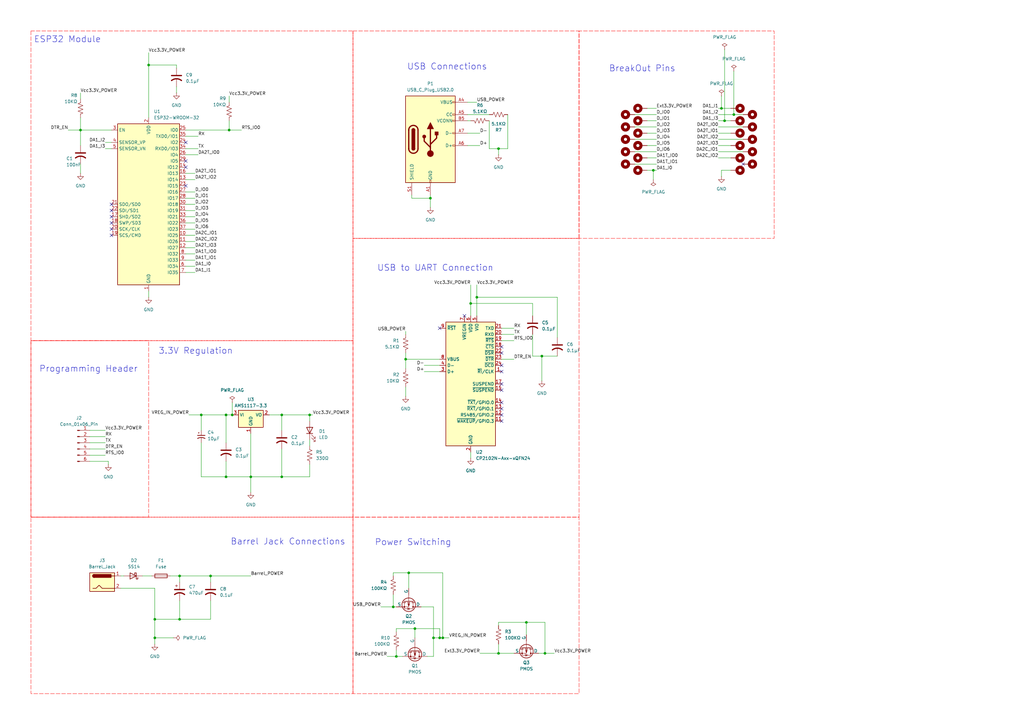
<source format=kicad_sch>
(kicad_sch (version 20250114) (generator "eeschema") (generator_version "9.0")
  (paper "A3")
  (lib_symbols
    (symbol "Connector:Barrel_Jack" (pin_names (offset 1.016))
      (property "Reference" "J" (at 0 5.334 0))
      (property "Value" "Barrel_Jack" (at 0 -5.08 0))
      (symbol "Barrel_Jack_1_1"
        (pin passive line (at 7.62 2.54 180) (length 2.54) (name "~") (number "1"))
        (pin passive line (at 7.62 -2.54 180) (length 2.54) (name "~") (number "2"))
      )
    )
    (symbol "Connector:Conn_01x06_Pin" (pin_names (offset 1.016) (hide yes))
      (property "Reference" "J" (at 0 7.62 0))
      (property "Value" "Conn_01x06_Pin" (at 0 -10.16 0))
      (symbol "Conn_01x06_Pin_1_1"
        (pin passive line (at 5.08 5.08 180) (length 3.81) (name "Pin_1") (number "1"))
        (pin passive line (at 5.08 2.54 180) (length 3.81) (name "Pin_2") (number "2"))
        (pin passive line (at 5.08 0 180) (length 3.81) (name "Pin_3") (number "3"))
        (pin passive line (at 5.08 -2.54 180) (length 3.81) (name "Pin_4") (number "4"))
        (pin passive line (at 5.08 -5.08 180) (length 3.81) (name "Pin_5") (number "5"))
        (pin passive line (at 5.08 -7.62 180) (length 3.81) (name "Pin_6") (number "6"))
      )
    )
    (symbol "Connector:USB_C_Plug_USB2.0" (pin_names (offset 1.016))
      (property "Reference" "P" (at -10.16 19.05 0))
      (property "Value" "USB_C_Plug_USB2.0" (at 12.7 19.05 0))
      (symbol "USB_C_Plug_USB2.0_1_1"
        (pin passive line (at -7.62 -22.86 90) (length 5.08) (name "SHIELD") (number "S1"))
        (pin passive line (at 0 -22.86 90) (length 5.08) (name "GND") (number "A1"))
        (pin passive line (at 0 -22.86 90) (length 5.08) (hide yes) (name "GND") (number "A12"))
        (pin passive line (at 0 -22.86 90) (length 5.08) (hide yes) (name "GND") (number "B1"))
        (pin passive line (at 0 -22.86 90) (length 5.08) (hide yes) (name "GND") (number "B12"))
        (pin passive line (at 15.24 15.24 180) (length 5.08) (name "VBUS") (number "A4"))
        (pin passive line (at 15.24 15.24 180) (length 5.08) (hide yes) (name "VBUS") (number "A9"))
        (pin passive line (at 15.24 15.24 180) (length 5.08) (hide yes) (name "VBUS") (number "B4"))
        (pin passive line (at 15.24 15.24 180) (length 5.08) (hide yes) (name "VBUS") (number "B9"))
        (pin bidirectional line (at 15.24 10.16 180) (length 5.08) (name "CC") (number "A5"))
        (pin bidirectional line (at 15.24 7.62 180) (length 5.08) (name "VCONN") (number "B5"))
        (pin bidirectional line (at 15.24 2.54 180) (length 5.08) (name "D-") (number "A7"))
        (pin bidirectional line (at 15.24 -2.54 180) (length 5.08) (name "D+") (number "A6"))
      )
    )
    (symbol "Device:C_Polarized_Small_US" (pin_numbers (hide yes)) (pin_names (offset 0.254) (hide yes))
      (property "Reference" "C" (at 0.254 1.778 0))
      (property "Value" "C_Polarized_Small_US" (at 0.254 -2.032 0))
      (symbol "C_Polarized_Small_US_1_1"
        (pin passive line (at 0 2.54 270) (length 2.032) (name "~") (number "1"))
        (pin passive line (at 0 -2.54 90) (length 2.032) (name "~") (number "2"))
      )
    )
    (symbol "Device:C_Polarized_US" (pin_numbers (hide yes)) (pin_names (offset 0.254) (hide yes))
      (property "Reference" "C" (at 0.635 2.54 0))
      (property "Value" "C_Polarized_US" (at 0.635 -2.54 0))
      (symbol "C_Polarized_US_1_1"
        (pin passive line (at 0 3.81 270) (length 2.794) (name "~") (number "1"))
        (pin passive line (at 0 -3.81 90) (length 3.302) (name "~") (number "2"))
      )
    )
    (symbol "Device:C_US" (pin_numbers (hide yes)) (pin_names (offset 0.254) (hide yes))
      (property "Reference" "C" (at 0.635 2.54 0))
      (property "Value" "C_US" (at 0.635 -2.54 0))
      (symbol "C_US_1_1"
        (pin passive line (at 0 3.81 270) (length 2.794) (name "~") (number "1"))
        (pin passive line (at 0 -3.81 90) (length 3.302) (name "~") (number "2"))
      )
    )
    (symbol "Device:Fuse" (pin_numbers (hide yes)) (pin_names (offset 0))
      (property "Reference" "F" (at 2.032 0 90))
      (property "Value" "Fuse" (at -1.905 0 90))
      (symbol "Fuse_1_1"
        (pin passive line (at 0 3.81 270) (length 1.27) (name "~") (number "1"))
        (pin passive line (at 0 -3.81 90) (length 1.27) (name "~") (number "2"))
      )
    )
    (symbol "Device:LED" (pin_numbers (hide yes)) (pin_names (offset 1.016) (hide yes))
      (property "Reference" "D" (at 0 2.54 0))
      (property "Value" "LED" (at 0 -2.54 0))
      (symbol "LED_1_1"
        (pin passive line (at -3.81 0 0) (length 2.54) (name "K") (number "1"))
        (pin passive line (at 3.81 0 180) (length 2.54) (name "A") (number "2"))
      )
    )
    (symbol "Device:R_US" (pin_numbers (hide yes)) (pin_names (offset 0))
      (property "Reference" "R" (at 2.54 0 90))
      (property "Value" "R_US" (at -2.54 0 90))
      (symbol "R_US_1_1"
        (pin passive line (at 0 3.81 270) (length 1.27) (name "~") (number "1"))
        (pin passive line (at 0 -3.81 90) (length 1.27) (name "~") (number "2"))
      )
    )
    (symbol "Diode:SS14" (pin_numbers (hide yes)) (pin_names (offset 1.016) (hide yes))
      (property "Reference" "D" (at 0 2.54 0))
      (property "Value" "SS14" (at 0 -2.54 0))
      (symbol "SS14_1_1"
        (pin passive line (at -3.81 0 0) (length 2.54) (name "K") (number "1"))
        (pin passive line (at 3.81 0 180) (length 2.54) (name "A") (number "2"))
      )
    )
    (symbol "Interface_USB:CP2102N-Axx-xQFN24"
      (property "Reference" "U" (at -8.89 26.67 0))
      (property "Value" "CP2102N-Axx-xQFN24" (at 13.97 26.67 0))
      (symbol "CP2102N-Axx-xQFN24_1_1"
        (pin input line (at -12.7 22.86 0) (length 2.54) (name "~{RST}") (number "9"))
        (pin input line (at -12.7 10.16 0) (length 2.54) (name "VBUS") (number "8"))
        (pin bidirectional line (at -12.7 7.62 0) (length 2.54) (name "D-") (number "4"))
        (pin bidirectional line (at -12.7 5.08 0) (length 2.54) (name "D+") (number "3"))
        (pin no_connect line (at -10.16 -22.86 0) (length 2.54) (hide yes) (name "NC") (number "10"))
        (pin power_in line (at -2.54 27.94 270) (length 2.54) (name "VREGIN") (number "7"))
        (pin power_in line (at 0 27.94 270) (length 2.54) (name "VDD") (number "6"))
        (pin power_in line (at 0 -27.94 90) (length 2.54) (name "GND") (number "2"))
        (pin passive line (at 0 -27.94 90) (length 2.54) (hide yes) (name "GND") (number "25"))
        (pin power_in line (at 2.54 27.94 270) (length 2.54) (name "VIO") (number "5"))
        (pin no_connect line (at 10.16 -22.86 180) (length 2.54) (hide yes) (name "NC") (number "16"))
        (pin output line (at 12.7 22.86 180) (length 2.54) (name "TXD") (number "21"))
        (pin input line (at 12.7 20.32 180) (length 2.54) (name "RXD") (number "20"))
        (pin output line (at 12.7 17.78 180) (length 2.54) (name "~{RTS}") (number "19"))
        (pin input line (at 12.7 15.24 180) (length 2.54) (name "~{CTS}") (number "18"))
        (pin input line (at 12.7 12.7 180) (length 2.54) (name "~{DSR}") (number "22"))
        (pin output line (at 12.7 10.16 180) (length 2.54) (name "~{DTR}") (number "23"))
        (pin input line (at 12.7 7.62 180) (length 2.54) (name "~{DCD}") (number "24"))
        (pin bidirectional line (at 12.7 5.08 180) (length 2.54) (name "~{RI}/CLK") (number "1"))
        (pin output line (at 12.7 0 180) (length 2.54) (name "SUSPEND") (number "17"))
        (pin output line (at 12.7 -2.54 180) (length 2.54) (name "~{SUSPEND}") (number "15"))
        (pin bidirectional line (at 12.7 -7.62 180) (length 2.54) (name "~{TXT}/GPIO.0") (number "14"))
        (pin bidirectional line (at 12.7 -10.16 180) (length 2.54) (name "~{RXT}/GPIO.1") (number "13"))
        (pin bidirectional line (at 12.7 -12.7 180) (length 2.54) (name "RS485/GPIO.2") (number "12"))
        (pin bidirectional line (at 12.7 -15.24 180) (length 2.54) (name "~{WAKEUP}/GPIO.3") (number "11"))
      )
    )
    (symbol "Mechanical:MountingHole_Pad" (pin_numbers (hide yes)) (pin_names (offset 1.016) (hide yes)) (in_bom no)
      (property "Reference" "H" (at 0 6.35 0))
      (property "Value" "MountingHole_Pad" (at 0 4.445 0))
      (symbol "MountingHole_Pad_1_1"
        (pin input line (at 0 -2.54 90) (length 2.54) (name "1") (number "1"))
      )
    )
    (symbol "RF_Module:ESP32-WROOM-32"
      (property "Reference" "U" (at -12.7 34.29 0))
      (property "Value" "ESP32-WROOM-32" (at 1.27 34.29 0))
      (symbol "ESP32-WROOM-32_1_1"
        (pin input line (at -15.24 30.48 0) (length 2.54) (name "EN") (number "3"))
        (pin input line (at -15.24 25.4 0) (length 2.54) (name "SENSOR_VP") (number "4"))
        (pin input line (at -15.24 22.86 0) (length 2.54) (name "SENSOR_VN") (number "5"))
        (pin bidirectional line (at -15.24 0 0) (length 2.54) (name "SDO/SD0") (number "21"))
        (pin bidirectional line (at -15.24 -2.54 0) (length 2.54) (name "SDI/SD1") (number "22"))
        (pin bidirectional line (at -15.24 -5.08 0) (length 2.54) (name "SHD/SD2") (number "17"))
        (pin bidirectional line (at -15.24 -7.62 0) (length 2.54) (name "SWP/SD3") (number "18"))
        (pin bidirectional line (at -15.24 -10.16 0) (length 2.54) (name "SCK/CLK") (number "20"))
        (pin bidirectional line (at -15.24 -12.7 0) (length 2.54) (name "SCS/CMD") (number "19"))
        (pin no_connect line (at -12.7 -27.94 0) (length 2.54) (hide yes) (name "NC") (number "32"))
        (pin power_in line (at 0 35.56 270) (length 2.54) (name "VDD") (number "2"))
        (pin power_in line (at 0 -35.56 90) (length 2.54) (name "GND") (number "1"))
        (pin passive line (at 0 -35.56 90) (length 2.54) (hide yes) (name "GND") (number "15"))
        (pin passive line (at 0 -35.56 90) (length 2.54) (hide yes) (name "GND") (number "38"))
        (pin passive line (at 0 -35.56 90) (length 2.54) (hide yes) (name "GND") (number "39"))
        (pin bidirectional line (at 15.24 30.48 180) (length 2.54) (name "IO0") (number "25"))
        (pin bidirectional line (at 15.24 27.94 180) (length 2.54) (name "TXD0/IO1") (number "35"))
        (pin bidirectional line (at 15.24 25.4 180) (length 2.54) (name "IO2") (number "24"))
        (pin bidirectional line (at 15.24 22.86 180) (length 2.54) (name "RXD0/IO3") (number "34"))
        (pin bidirectional line (at 15.24 20.32 180) (length 2.54) (name "IO4") (number "26"))
        (pin bidirectional line (at 15.24 17.78 180) (length 2.54) (name "IO5") (number "29"))
        (pin bidirectional line (at 15.24 15.24 180) (length 2.54) (name "IO12") (number "14"))
        (pin bidirectional line (at 15.24 12.7 180) (length 2.54) (name "IO13") (number "16"))
        (pin bidirectional line (at 15.24 10.16 180) (length 2.54) (name "IO14") (number "13"))
        (pin bidirectional line (at 15.24 7.62 180) (length 2.54) (name "IO15") (number "23"))
        (pin bidirectional line (at 15.24 5.08 180) (length 2.54) (name "IO16") (number "27"))
        (pin bidirectional line (at 15.24 2.54 180) (length 2.54) (name "IO17") (number "28"))
        (pin bidirectional line (at 15.24 0 180) (length 2.54) (name "IO18") (number "30"))
        (pin bidirectional line (at 15.24 -2.54 180) (length 2.54) (name "IO19") (number "31"))
        (pin bidirectional line (at 15.24 -5.08 180) (length 2.54) (name "IO21") (number "33"))
        (pin bidirectional line (at 15.24 -7.62 180) (length 2.54) (name "IO22") (number "36"))
        (pin bidirectional line (at 15.24 -10.16 180) (length 2.54) (name "IO23") (number "37"))
        (pin bidirectional line (at 15.24 -12.7 180) (length 2.54) (name "IO25") (number "10"))
        (pin bidirectional line (at 15.24 -15.24 180) (length 2.54) (name "IO26") (number "11"))
        (pin bidirectional line (at 15.24 -17.78 180) (length 2.54) (name "IO27") (number "12"))
        (pin bidirectional line (at 15.24 -20.32 180) (length 2.54) (name "IO32") (number "8"))
        (pin bidirectional line (at 15.24 -22.86 180) (length 2.54) (name "IO33") (number "9"))
        (pin input line (at 15.24 -25.4 180) (length 2.54) (name "IO34") (number "6"))
        (pin input line (at 15.24 -27.94 180) (length 2.54) (name "IO35") (number "7"))
      )
    )
    (symbol "Regulator_Linear:AMS1117-3.3"
      (property "Reference" "U" (at -3.81 3.175 0))
      (property "Value" "AMS1117-3.3" (at 0 3.175 0))
      (symbol "AMS1117-3.3_1_1"
        (pin power_in line (at -7.62 0 0) (length 2.54) (name "VI") (number "3"))
        (pin power_in line (at 0 -7.62 90) (length 2.54) (name "GND") (number "1"))
        (pin power_out line (at 7.62 0 180) (length 2.54) (name "VO") (number "2"))
      )
    )
    (symbol "Simulation_SPICE:PMOS" (pin_numbers (hide yes)) (pin_names (offset 0))
      (property "Reference" "Q" (at 5.08 1.27 0))
      (property "Value" "PMOS" (at 5.08 -1.27 0))
      (symbol "PMOS_1_1"
        (pin input line (at -5.08 0 0) (length 2.54) (name "G") (number "2"))
        (pin passive line (at 2.54 5.08 270) (length 2.54) (name "D") (number "1"))
        (pin passive line (at 2.54 -5.08 90) (length 2.54) (name "S") (number "3"))
      )
    )
    (symbol "power:GND" (power) (pin_numbers (hide yes)) (pin_names (offset 0) (hide yes))
      (property "Value" "GND" (at 0 -3.81 0))
      (symbol "GND_1_1"
        (pin power_in line (at 0 0 270) (length 0) (name "~") (number "1"))
      )
    )
    (symbol "power:PWR_FLAG" (power) (pin_numbers (hide yes)) (pin_names (offset 0) (hide yes))
      (property "Value" "PWR_FLAG" (at 0 3.81 0))
      (symbol "PWR_FLAG_0_0"
        (pin power_out line (at 0 0 90) (length 0) (name "~") (number "1"))
      )
    )
  )
  (text "Barrel Jack Connections" (at 118.11 222.25 0) (effects (font (size 2.54 2.54))))
  (text "USB to UART Connection" (at 178.562 109.982 0) (effects (font (size 2.54 2.54))))
  (text "BreakOut Pins" (at 263.398 28.194 0) (effects (font (size 2.54 2.54))))
  (text "ESP32 Module" (at 27.686 16.256 0) (effects (font (size 2.54 2.54))))
  (text "Programming Header" (at 36.322 151.384 0) (effects (font (size 2.54 2.54))))
  (text "USB Connections" (at 183.388 27.432 0) (effects (font (size 2.54 2.54))))
  (text "3.3V Regulation" (at 80.264 144.018 0) (effects (font (size 2.54 2.54))))
  (text "Power Switching" (at 169.418 222.504 0) (effects (font (size 2.54 2.54))))
  (junction (at 176.53 81.28))
  (junction (at 180.34 261.62))
  (junction (at 204.47 60.96))
  (junction (at 215.9 255.27))
  (junction (at 73.66 254))
  (junction (at 170.18 257.81))
  (junction (at 222.25 146.05))
  (junction (at 92.71 170.18))
  (junction (at 162.56 269.24))
  (junction (at 115.57 170.18))
  (junction (at 177.8 261.62))
  (junction (at 267.97 69.85))
  (junction (at 223.52 267.97))
  (junction (at 95.25 170.18))
  (junction (at 63.5 261.62))
  (junction (at 115.57 195.58))
  (junction (at 193.04 124.46))
  (junction (at 161.29 248.92))
  (junction (at 82.55 170.18))
  (junction (at 60.96 26.67))
  (junction (at 127 170.18))
  (junction (at 181.61 261.62))
  (junction (at 93.98 53.34))
  (junction (at 33.02 53.34))
  (junction (at 166.37 147.32))
  (junction (at 204.47 267.97))
  (junction (at 195.58 121.92))
  (junction (at 63.5 254))
  (junction (at 300.99 46.99))
  (junction (at 73.66 236.22))
  (junction (at 167.64 234.95))
  (junction (at 86.36 236.22))
  (junction (at 92.71 195.58))
  (junction (at 295.91 44.45))
  (junction (at 102.87 195.58))
  (junction (at 297.18 49.53))
  (no_connect (at 76.2 58.42))
  (no_connect (at 205.74 152.4))
  (no_connect (at 45.72 83.82))
  (no_connect (at 205.74 167.64))
  (no_connect (at 205.74 160.02))
  (no_connect (at 76.2 68.58))
  (no_connect (at 76.2 66.04))
  (no_connect (at 205.74 172.72))
  (no_connect (at 180.34 134.62))
  (no_connect (at 205.74 149.86))
  (no_connect (at 45.72 86.36))
  (no_connect (at 190.5 129.54))
  (no_connect (at 205.74 170.18))
  (no_connect (at 205.74 142.24))
  (no_connect (at 304.8 67.31))
  (no_connect (at 45.72 91.44))
  (no_connect (at 205.74 144.78))
  (no_connect (at 45.72 96.52))
  (no_connect (at 205.74 157.48))
  (no_connect (at 45.72 88.9))
  (no_connect (at 205.74 165.1))
  (no_connect (at 45.72 93.98))
  (no_connect (at 76.2 76.2))
  (wire (pts (xy 173.99 152.4) (xy 180.34 152.4)))
  (wire (pts (xy 33.02 53.34) (xy 33.02 59.69)))
  (wire (pts (xy 267.97 69.85) (xy 267.97 73.66)))
  (wire (pts (xy 260.35 67.31) (xy 269.24 67.31)))
  (wire (pts (xy 204.47 60.96) (xy 204.47 63.5)))
  (wire (pts (xy 300.99 46.99) (xy 304.8 46.99)))
  (wire (pts (xy 115.57 195.58) (xy 102.87 195.58)))
  (wire (pts (xy 168.91 80.01) (xy 168.91 81.28)))
  (wire (pts (xy 167.64 241.3) (xy 167.64 234.95)))
  (wire (pts (xy 260.35 62.23) (xy 269.24 62.23)))
  (wire (pts (xy 72.39 27.94) (xy 72.39 26.67)))
  (wire (pts (xy 92.71 189.23) (xy 92.71 195.58)))
  (wire (pts (xy 195.58 121.92) (xy 195.58 129.54)))
  (wire (pts (xy 82.55 170.18) (xy 82.55 176.53)))
  (wire (pts (xy 200.66 60.96) (xy 204.47 60.96)))
  (wire (pts (xy 77.47 170.18) (xy 82.55 170.18)))
  (wire (pts (xy 191.77 59.69) (xy 196.85 59.69)))
  (wire (pts (xy 115.57 184.15) (xy 115.57 195.58)))
  (wire (pts (xy 300.99 29.21) (xy 300.99 46.99)))
  (wire (pts (xy 181.61 234.95) (xy 181.61 261.62)))
  (wire (pts (xy 33.02 38.1) (xy 33.02 40.64)))
  (wire (pts (xy 76.2 86.36) (xy 80.01 86.36)))
  (wire (pts (xy 200.66 49.53) (xy 200.66 60.96)))
  (wire (pts (xy 156.21 248.92) (xy 161.29 248.92)))
  (wire (pts (xy 92.71 170.18) (xy 92.71 181.61)))
  (wire (pts (xy 204.47 256.54) (xy 204.47 255.27)))
  (wire (pts (xy 294.64 52.07) (xy 304.8 52.07)))
  (wire (pts (xy 177.8 248.92) (xy 172.72 248.92)))
  (wire (pts (xy 161.29 236.22) (xy 161.29 234.95)))
  (wire (pts (xy 73.66 246.38) (xy 73.66 254)))
  (wire (pts (xy 267.97 69.85) (xy 269.24 69.85)))
  (wire (pts (xy 295.91 69.85) (xy 299.72 69.85)))
  (wire (pts (xy 166.37 158.75) (xy 166.37 162.56)))
  (wire (pts (xy 166.37 147.32) (xy 180.34 147.32)))
  (wire (pts (xy 95.25 165.1) (xy 95.25 170.18)))
  (wire (pts (xy 76.2 78.74) (xy 80.01 78.74)))
  (wire (pts (xy 76.2 96.52) (xy 80.01 96.52)))
  (wire (pts (xy 33.02 67.31) (xy 33.02 71.12)))
  (wire (pts (xy 168.91 81.28) (xy 176.53 81.28)))
  (wire (pts (xy 43.18 60.96) (xy 45.72 60.96)))
  (wire (pts (xy 86.36 246.38) (xy 86.36 254)))
  (wire (pts (xy 223.52 267.97) (xy 227.33 267.97)))
  (wire (pts (xy 86.36 236.22) (xy 102.87 236.22)))
  (wire (pts (xy 49.53 236.22) (xy 50.8 236.22)))
  (wire (pts (xy 76.2 104.14) (xy 80.01 104.14)))
  (wire (pts (xy 193.04 124.46) (xy 193.04 129.54)))
  (wire (pts (xy 76.2 83.82) (xy 80.01 83.82)))
  (wire (pts (xy 205.74 147.32) (xy 210.82 147.32)))
  (wire (pts (xy 93.98 39.37) (xy 93.98 41.91)))
  (wire (pts (xy 215.9 260.35) (xy 215.9 255.27)))
  (wire (pts (xy 297.18 20.32) (xy 297.18 49.53)))
  (wire (pts (xy 127 172.72) (xy 127 170.18)))
  (wire (pts (xy 222.25 146.05) (xy 222.25 156.21)))
  (wire (pts (xy 76.2 99.06) (xy 80.01 99.06)))
  (wire (pts (xy 44.45 189.23) (xy 44.45 190.5)))
  (wire (pts (xy 208.28 46.99) (xy 208.28 60.96)))
  (wire (pts (xy 294.64 46.99) (xy 300.99 46.99)))
  (wire (pts (xy 166.37 135.89) (xy 166.37 137.16)))
  (wire (pts (xy 228.6 138.43) (xy 228.6 121.92)))
  (wire (pts (xy 76.2 63.5) (xy 81.28 63.5)))
  (wire (pts (xy 93.98 53.34) (xy 99.06 53.34)))
  (wire (pts (xy 195.58 116.84) (xy 195.58 121.92)))
  (wire (pts (xy 193.04 185.42) (xy 193.04 187.96)))
  (wire (pts (xy 297.18 49.53) (xy 299.72 49.53)))
  (wire (pts (xy 161.29 243.84) (xy 161.29 248.92)))
  (wire (pts (xy 76.2 60.96) (xy 81.28 60.96)))
  (wire (pts (xy 36.83 179.07) (xy 43.18 179.07)))
  (wire (pts (xy 295.91 39.37) (xy 295.91 44.45)))
  (wire (pts (xy 205.74 137.16) (xy 210.82 137.16)))
  (wire (pts (xy 36.83 176.53) (xy 43.18 176.53)))
  (wire (pts (xy 76.2 55.88) (xy 81.28 55.88)))
  (wire (pts (xy 162.56 257.81) (xy 170.18 257.81)))
  (wire (pts (xy 175.26 269.24) (xy 177.8 269.24)))
  (wire (pts (xy 27.94 53.34) (xy 33.02 53.34)))
  (wire (pts (xy 76.2 109.22) (xy 80.01 109.22)))
  (wire (pts (xy 127 180.34) (xy 127 182.88)))
  (wire (pts (xy 208.28 60.96) (xy 204.47 60.96)))
  (wire (pts (xy 162.56 259.08) (xy 162.56 257.81)))
  (wire (pts (xy 60.96 119.38) (xy 60.96 121.92)))
  (wire (pts (xy 191.77 49.53) (xy 193.04 49.53)))
  (wire (pts (xy 220.98 267.97) (xy 223.52 267.97)))
  (wire (pts (xy 63.5 241.3) (xy 63.5 254)))
  (wire (pts (xy 191.77 41.91) (xy 195.58 41.91)))
  (wire (pts (xy 72.39 26.67) (xy 60.96 26.67)))
  (wire (pts (xy 36.83 184.15) (xy 43.18 184.15)))
  (wire (pts (xy 218.44 137.16) (xy 218.44 146.05)))
  (wire (pts (xy 260.35 57.15) (xy 269.24 57.15)))
  (wire (pts (xy 181.61 261.62) (xy 184.15 261.62)))
  (wire (pts (xy 295.91 44.45) (xy 299.72 44.45)))
  (wire (pts (xy 33.02 53.34) (xy 45.72 53.34)))
  (wire (pts (xy 166.37 147.32) (xy 166.37 151.13)))
  (wire (pts (xy 294.64 54.61) (xy 299.72 54.61)))
  (wire (pts (xy 218.44 129.54) (xy 218.44 124.46)))
  (wire (pts (xy 92.71 195.58) (xy 102.87 195.58)))
  (wire (pts (xy 76.2 101.6) (xy 80.01 101.6)))
  (wire (pts (xy 294.64 59.69) (xy 299.72 59.69)))
  (wire (pts (xy 36.83 181.61) (xy 43.18 181.61)))
  (wire (pts (xy 196.85 267.97) (xy 204.47 267.97)))
  (wire (pts (xy 127 170.18) (xy 115.57 170.18)))
  (wire (pts (xy 265.43 49.53) (xy 269.24 49.53)))
  (wire (pts (xy 92.71 170.18) (xy 95.25 170.18)))
  (wire (pts (xy 265.43 69.85) (xy 267.97 69.85)))
  (wire (pts (xy 294.64 64.77) (xy 299.72 64.77)))
  (wire (pts (xy 63.5 261.62) (xy 63.5 264.16)))
  (wire (pts (xy 170.18 261.62) (xy 170.18 257.81)))
  (wire (pts (xy 260.35 52.07) (xy 269.24 52.07)))
  (wire (pts (xy 228.6 146.05) (xy 222.25 146.05)))
  (wire (pts (xy 295.91 72.39) (xy 295.91 69.85)))
  (wire (pts (xy 177.8 261.62) (xy 180.34 261.62)))
  (wire (pts (xy 58.42 236.22) (xy 62.23 236.22)))
  (wire (pts (xy 166.37 144.78) (xy 166.37 147.32)))
  (wire (pts (xy 204.47 267.97) (xy 210.82 267.97)))
  (wire (pts (xy 167.64 234.95) (xy 181.61 234.95)))
  (wire (pts (xy 265.43 44.45) (xy 269.24 44.45)))
  (wire (pts (xy 223.52 255.27) (xy 223.52 267.97)))
  (wire (pts (xy 161.29 234.95) (xy 167.64 234.95)))
  (wire (pts (xy 127 170.18) (xy 128.27 170.18)))
  (wire (pts (xy 228.6 121.92) (xy 195.58 121.92)))
  (wire (pts (xy 218.44 146.05) (xy 222.25 146.05)))
  (wire (pts (xy 294.64 57.15) (xy 304.8 57.15)))
  (wire (pts (xy 76.2 88.9) (xy 80.01 88.9)))
  (wire (pts (xy 177.8 269.24) (xy 177.8 261.62)))
  (wire (pts (xy 191.77 46.99) (xy 200.66 46.99)))
  (wire (pts (xy 76.2 53.34) (xy 93.98 53.34)))
  (wire (pts (xy 72.39 35.56) (xy 72.39 38.1)))
  (wire (pts (xy 60.96 26.67) (xy 60.96 48.26)))
  (wire (pts (xy 265.43 54.61) (xy 269.24 54.61)))
  (wire (pts (xy 127 195.58) (xy 115.57 195.58)))
  (wire (pts (xy 86.36 238.76) (xy 86.36 236.22)))
  (wire (pts (xy 73.66 236.22) (xy 73.66 238.76)))
  (wire (pts (xy 36.83 186.69) (xy 43.18 186.69)))
  (wire (pts (xy 193.04 116.84) (xy 193.04 124.46)))
  (wire (pts (xy 158.75 269.24) (xy 162.56 269.24)))
  (wire (pts (xy 76.2 93.98) (xy 80.01 93.98)))
  (wire (pts (xy 191.77 54.61) (xy 196.85 54.61)))
  (wire (pts (xy 294.64 49.53) (xy 297.18 49.53)))
  (wire (pts (xy 102.87 195.58) (xy 102.87 201.93)))
  (wire (pts (xy 63.5 254) (xy 73.66 254)))
  (wire (pts (xy 76.2 91.44) (xy 80.01 91.44)))
  (wire (pts (xy 265.43 64.77) (xy 269.24 64.77)))
  (wire (pts (xy 82.55 181.61) (xy 82.55 195.58)))
  (wire (pts (xy 218.44 124.46) (xy 193.04 124.46)))
  (wire (pts (xy 76.2 73.66) (xy 80.01 73.66)))
  (wire (pts (xy 36.83 189.23) (xy 44.45 189.23)))
  (wire (pts (xy 204.47 264.16) (xy 204.47 267.97)))
  (wire (pts (xy 63.5 261.62) (xy 71.12 261.62)))
  (wire (pts (xy 204.47 255.27) (xy 215.9 255.27)))
  (wire (pts (xy 176.53 81.28) (xy 176.53 85.09)))
  (wire (pts (xy 162.56 269.24) (xy 165.1 269.24)))
  (wire (pts (xy 115.57 176.53) (xy 115.57 170.18)))
  (wire (pts (xy 205.74 139.7) (xy 210.82 139.7)))
  (wire (pts (xy 162.56 266.7) (xy 162.56 269.24)))
  (wire (pts (xy 205.74 134.62) (xy 210.82 134.62)))
  (wire (pts (xy 215.9 255.27) (xy 223.52 255.27)))
  (wire (pts (xy 161.29 248.92) (xy 162.56 248.92)))
  (wire (pts (xy 180.34 257.81) (xy 180.34 261.62)))
  (wire (pts (xy 173.99 149.86) (xy 180.34 149.86)))
  (wire (pts (xy 115.57 170.18) (xy 110.49 170.18)))
  (wire (pts (xy 76.2 81.28) (xy 80.01 81.28)))
  (wire (pts (xy 49.53 241.3) (xy 63.5 241.3)))
  (wire (pts (xy 93.98 49.53) (xy 93.98 53.34)))
  (wire (pts (xy 69.85 236.22) (xy 73.66 236.22)))
  (wire (pts (xy 63.5 254) (xy 63.5 261.62)))
  (wire (pts (xy 177.8 248.92) (xy 177.8 261.62)))
  (wire (pts (xy 43.18 58.42) (xy 45.72 58.42)))
  (wire (pts (xy 127 190.5) (xy 127 195.58)))
  (wire (pts (xy 86.36 236.22) (xy 73.66 236.22)))
  (wire (pts (xy 76.2 111.76) (xy 80.01 111.76)))
  (wire (pts (xy 73.66 254) (xy 86.36 254)))
  (wire (pts (xy 294.64 62.23) (xy 304.8 62.23)))
  (wire (pts (xy 82.55 170.18) (xy 92.71 170.18)))
  (wire (pts (xy 180.34 261.62) (xy 181.61 261.62)))
  (wire (pts (xy 82.55 195.58) (xy 92.71 195.58)))
  (wire (pts (xy 102.87 177.8) (xy 102.87 195.58)))
  (wire (pts (xy 76.2 106.68) (xy 80.01 106.68)))
  (wire (pts (xy 294.64 44.45) (xy 295.91 44.45)))
  (wire (pts (xy 260.35 46.99) (xy 269.24 46.99)))
  (wire (pts (xy 33.02 48.26) (xy 33.02 53.34)))
  (wire (pts (xy 265.43 59.69) (xy 269.24 59.69)))
  (wire (pts (xy 76.2 71.12) (xy 80.01 71.12)))
  (wire (pts (xy 60.96 21.59) (xy 60.96 26.67)))
  (wire (pts (xy 176.53 80.01) (xy 176.53 81.28)))
  (wire (pts (xy 170.18 257.81) (xy 180.34 257.81)))
  (label "DA1_I3" (at 294.64 49.53 180))
  (label "D_IO2" (at 80.01 83.82 0))
  (label "D_IO6" (at 269.24 62.23 0))
  (label "USB_POWER" (at 195.58 41.91 0))
  (label "TX" (at 81.28 60.96 0))
  (label "Ext3.3V_POWER" (at 269.24 44.45 0))
  (label "TX" (at 210.82 137.16 0))
  (label "RTS_IO0" (at 99.06 53.34 0))
  (label "DA1_I2" (at 294.64 46.99 180))
  (label "D_IO3" (at 269.24 54.61 0))
  (label "DA1_I2" (at 43.18 58.42 180))
  (label "USB_POWER" (at 156.21 248.92 180))
  (label "VREG_IN_POWER" (at 77.47 170.18 180))
  (label "D_IO4" (at 269.24 57.15 0))
  (label "DA1T_IO1" (at 269.24 67.31 0))
  (label "Vcc3.3V_POWER" (at 33.02 38.1 0))
  (label "DA1_I0" (at 80.01 109.22 0))
  (label "D_IO5" (at 269.24 59.69 0))
  (label "DA1_I3" (at 43.18 60.96 180))
  (label "Ext3.3V_POWER" (at 196.85 267.97 180))
  (label "RTS_IO0" (at 210.82 139.7 0))
  (label "DA1_I0" (at 269.24 69.85 0))
  (label "DA2T_IO0" (at 294.64 52.07 180))
  (label "DA2T_IO2" (at 294.64 57.15 180))
  (label "RX" (at 43.18 179.07 0))
  (label "RTS_IO0" (at 43.18 186.69 0))
  (label "D-" (at 173.99 149.86 180))
  (label "D-" (at 196.85 54.61 0))
  (label "DA1T_IO0" (at 269.24 64.77 0))
  (label "D_IO0" (at 80.01 78.74 0))
  (label "DA1_I1" (at 80.01 111.76 0))
  (label "DA2C_IO1" (at 80.01 96.52 0))
  (label "D_IO1" (at 80.01 81.28 0))
  (label "Vcc3.3V_POWER" (at 60.96 21.59 0))
  (label "D+" (at 173.99 152.4 180))
  (label "TX" (at 43.18 181.61 0))
  (label "Barrel_POWER" (at 158.75 269.24 180))
  (label "DA2T_IO1" (at 80.01 71.12 0))
  (label "D_IO2" (at 269.24 52.07 0))
  (label "Vcc3.3V_POWER" (at 195.58 116.84 0))
  (label "DA1T_IO0" (at 80.01 104.14 0))
  (label "D_IO1" (at 269.24 49.53 0))
  (label "USB_POWER" (at 166.37 135.89 180))
  (label "DA2C_IO2" (at 294.64 64.77 180))
  (label "DA2C_IO2" (at 80.01 99.06 0))
  (label "Vcc3.3V_POWER" (at 43.18 176.53 0))
  (label "Barrel_POWER" (at 102.87 236.22 0))
  (label "Vcc3.3V_POWER" (at 128.27 170.18 0))
  (label "DA2T_IO2" (at 80.01 73.66 0))
  (label "Vcc3.3V_POWER" (at 193.04 116.84 180))
  (label "DA2T_IO0" (at 81.28 63.5 0))
  (label "Vcc3.3V_POWER" (at 93.98 39.37 0))
  (label "DA2T_IO1" (at 294.64 54.61 180))
  (label "D+" (at 196.85 59.69 0))
  (label "D_IO4" (at 80.01 88.9 0))
  (label "DTR_EN" (at 27.94 53.34 180))
  (label "D_IO3" (at 80.01 86.36 0))
  (label "DA2C_IO1" (at 294.64 62.23 180))
  (label "DTR_EN" (at 210.82 147.32 0))
  (label "DA2T_IO3" (at 80.01 101.6 0))
  (label "D_IO6" (at 80.01 93.98 0))
  (label "D_IO5" (at 80.01 91.44 0))
  (label "D_IO0" (at 269.24 46.99 0))
  (label "DA1T_IO1" (at 80.01 106.68 0))
  (label "RX" (at 210.82 134.62 0))
  (label "Vcc3.3V_POWER" (at 227.33 267.97 0))
  (label "DA2T_IO3" (at 294.64 59.69 180))
  (label "DA1_I1" (at 294.64 44.45 180))
  (label "VREG_IN_POWER" (at 184.15 261.62 0))
  (label "RX" (at 81.28 55.88 0))
  (label "DTR_EN" (at 43.18 184.15 0))
  (rule_area (polyline (pts (xy 237.49 97.79) (xy 237.49 12.7) (xy 317.5 12.7) (xy 317.5 97.79)) (stroke (width 0) (type dash))))
  (rule_area (polyline (pts (xy 12.7 212.09) (xy 144.78 212.09) (xy 144.78 284.48) (xy 12.7 284.48)) (stroke (width 0) (type dash))))
  (rule_area (polyline (pts (xy 144.78 139.7) (xy 12.7 139.7) (xy 12.7 212.09) (xy 144.78 212.09)) (stroke (width 0) (type dash))))
  (rule_area (polyline (pts (xy 144.78 12.7) (xy 237.49 12.7) (xy 237.49 97.79) (xy 144.78 97.79)) (stroke (width 0) (type dash))))
  (rule_area (polyline (pts (xy 144.78 212.09) (xy 144.78 97.79) (xy 237.49 97.79) (xy 237.49 212.09)) (stroke (width 0) (type dash))))
  (rule_area (polyline (pts (xy 12.7 12.7) (xy 12.7 139.7) (xy 144.78 139.7) (xy 144.78 12.7)) (stroke (width 0) (type dash))))
  (rule_area (polyline (pts (xy 12.7 212.09) (xy 12.7 139.7) (xy 60.96 139.7) (xy 60.96 212.09)) (stroke (width 0) (type dash))))
  (rule_area (polyline (pts (xy 144.78 284.48) (xy 144.78 212.09) (xy 237.49 212.09) (xy 237.49 284.48)) (stroke (width 0) (type dash))))
  (symbol (lib_id "Device:C_Polarized_US") (at 73.66 242.57 0) (unit 1)
    (property "Reference" "C7" (at 77.47 240.6649 0) (effects (justify left)))
    (property "Value" "470uF" (at 77.47 243.2049 0) (effects (justify left)))
    (property "Footprint" "Capacitor_Tantalum_SMD:CP_EIA-1608-10_AVX-L" (effects (hide yes)))
    (property "Description" "Polarized capacitor, US symbol" (effects (hide yes)))
  )
  (symbol (lib_id "Mechanical:MountingHole_Pad") (at 302.26 44.45 270) (unit 1) (in_bom no)
    (property "Reference" "H22" (effects (hide yes)))
    (property "Value" "DA1_I1" (effects (hide yes)))
    (property "Footprint" "MountingHole:MountingHole_2.2mm_M2_DIN965_Pad_TopBottom" (effects (hide yes)))
    (property "Description" "Mounting Hole with connection" (effects (hide yes)))
  )
  (symbol (lib_id "power:GND") (at 102.87 201.93 0) (unit 1)
    (property "Reference" "#PWR04" (effects (hide yes)))
    (property "Value" "GND" (at 102.87 207.01 0))
    (property "Description" "Power symbol creates a global label with name \"GND\" , ground" (effects (hide yes)))
  )
  (symbol (lib_id "Regulator_Linear:AMS1117-3.3") (at 102.87 170.18 0) (unit 1)
    (property "Reference" "U3" (at 102.87 163.83 0))
    (property "Value" "AMS1117-3.3" (at 102.87 166.37 0))
    (property "Footprint" "Package_TO_SOT_SMD:SOT-223-3_TabPin2" (effects (hide yes)))
    (property "Datasheet" "http://www.advanced-monolithic.com/pdf/ds1117.pdf" (effects (hide yes)))
    (property "Description" "1A Low Dropout regulator, positive, 3.3V fixed output, SOT-223" (effects (hide yes)))
  )
  (symbol (lib_id "Simulation_SPICE:PMOS") (at 170.18 266.7 270) (unit 1)
    (property "Reference" "Q1" (at 170.18 273.05 90))
    (property "Value" "PMOS" (at 170.18 275.59 90))
    (property "Footprint" "Package_TO_SOT_SMD:SuperSOT-3" (effects (hide yes)))
    (property "Datasheet" "https://ngspice.sourceforge.io/docs/ngspice-html-manual/manual.xhtml#cha_MOSFETs" (effects (hide yes)))
    (property "Description" "P-MOSFET transistor, drain/source/gate" (effects (hide yes)))
    (property "Sim.Device" "PMOS" (effects (hide yes)))
    (property "Sim.Type" "VDMOS" (effects (hide yes)))
    (property "Sim.Pins" "1=D 2=G 3=S" (effects (hide yes)))
  )
  (symbol (lib_id "Device:C_US") (at 115.57 180.34 0) (unit 1)
    (property "Reference" "C2" (at 119.38 179.3239 0) (effects (justify left)))
    (property "Value" "0.1µF" (at 119.38 181.8639 0) (effects (justify left)))
    (property "Footprint" "Capacitor_Tantalum_SMD:CP_EIA-1608-10_AVX-L" (effects (hide yes)))
    (property "Description" "capacitor, US symbol" (effects (hide yes)))
  )
  (symbol (lib_id "Mechanical:MountingHole_Pad") (at 307.34 67.31 270) (unit 1) (in_bom no)
    (property "Reference" "H12" (effects (hide yes)))
    (property "Value" "NC" (effects (hide yes)))
    (property "Footprint" "MountingHole:MountingHole_2.2mm_M2_DIN965_Pad_TopBottom" (effects (hide yes)))
    (property "Description" "Mounting Hole with connection" (effects (hide yes)))
  )
  (symbol (lib_id "Device:R_US") (at 166.37 154.94 0) (mirror x) (unit 1)
    (property "Reference" "R2" (at 163.83 153.6699 0) (effects (justify right)))
    (property "Value" "10KΩ" (at 163.83 156.2099 0) (effects (justify right)))
    (property "Footprint" "Resistor_SMD:R_0201_0603Metric" (effects (hide yes)))
    (property "Description" "Resistor, US symbol" (effects (hide yes)))
  )
  (symbol (lib_id "Mechanical:MountingHole_Pad") (at 302.26 54.61 270) (unit 1) (in_bom no)
    (property "Reference" "H20" (effects (hide yes)))
    (property "Value" "DA2T_IO1" (effects (hide yes)))
    (property "Footprint" "MountingHole:MountingHole_2.2mm_M2_DIN965_Pad_TopBottom" (effects (hide yes)))
    (property "Description" "Mounting Hole with connection" (effects (hide yes)))
  )
  (symbol (lib_id "Mechanical:MountingHole_Pad") (at 307.34 62.23 270) (unit 1) (in_bom no)
    (property "Reference" "H13" (effects (hide yes)))
    (property "Value" "DA2C_IO1" (effects (hide yes)))
    (property "Footprint" "MountingHole:MountingHole_2.2mm_M2_DIN965_Pad_TopBottom" (effects (hide yes)))
    (property "Description" "Mounting Hole with connection" (effects (hide yes)))
  )
  (symbol (lib_id "power:GND") (at 295.91 72.39 0) (unit 1)
    (property "Reference" "#PWR011" (effects (hide yes)))
    (property "Value" "GND" (at 295.91 77.47 0))
    (property "Description" "Power symbol creates a global label with name \"GND\" , ground" (effects (hide yes)))
  )
  (symbol (lib_id "power:GND") (at 166.37 162.56 0) (unit 1)
    (property "Reference" "#PWR09" (effects (hide yes)))
    (property "Value" "GND" (at 166.37 167.64 0))
    (property "Description" "Power symbol creates a global label with name \"GND\" , ground" (effects (hide yes)))
  )
  (symbol (lib_id "Device:C_Polarized_Small_US") (at 82.55 179.07 0) (unit 1)
    (property "Reference" "C4" (at 85.09 177.3681 0) (effects (justify left)))
    (property "Value" "10µF" (at 85.09 179.9081 0) (effects (justify left)))
    (property "Footprint" "Capacitor_Tantalum_SMD:CP_EIA-1608-10_AVX-L" (effects (hide yes)))
    (property "Description" "Polarized capacitor, small US symbol" (effects (hide yes)))
  )
  (symbol (lib_id "power:GND") (at 222.25 156.21 0) (unit 1)
    (property "Reference" "#PWR03" (effects (hide yes)))
    (property "Value" "GND" (at 222.25 161.29 0))
    (property "Description" "Power symbol creates a global label with name \"GND\" , ground" (effects (hide yes)))
  )
  (symbol (lib_id "Mechanical:MountingHole_Pad") (at 257.81 57.15 90) (unit 1) (in_bom no)
    (property "Reference" "H6" (effects (hide yes)))
    (property "Value" "D_IO4" (effects (hide yes)))
    (property "Footprint" "MountingHole:MountingHole_2.2mm_M2_DIN965_Pad_TopBottom" (effects (hide yes)))
    (property "Description" "Mounting Hole with connection" (effects (hide yes)))
  )
  (symbol (lib_id "power:GND") (at 44.45 190.5 0) (unit 1)
    (property "Reference" "#PWR010" (effects (hide yes)))
    (property "Value" "GND" (at 44.45 195.58 0))
    (property "Description" "Power symbol creates a global label with name \"GND\" , ground" (effects (hide yes)))
  )
  (symbol (lib_id "Interface_USB:CP2102N-Axx-xQFN24") (at 193.04 157.48 0) (unit 1)
    (property "Reference" "U2" (at 195.1833 185.42 0) (effects (justify left)))
    (property "Value" "CP2102N-Axx-xQFN24" (at 195.1833 187.96 0) (effects (justify left)))
    (property "Footprint" "Package_DFN_QFN:QFN-24-1EP_4x4mm_P0.5mm_EP2.6x2.6mm" (effects (hide yes)))
    (property "Datasheet" "https://www.silabs.com/documents/public/data-sheets/cp2102n-datasheet.pdf" (effects (hide yes)))
    (property "Description" "USB to UART master bridge, QFN-24" (effects (hide yes)))
  )
  (symbol (lib_id "Device:R_US") (at 127 186.69 0) (unit 1)
    (property "Reference" "R5" (at 129.54 185.4199 0) (effects (justify left)))
    (property "Value" "330Ω" (at 129.54 187.9599 0) (effects (justify left)))
    (property "Footprint" "Resistor_SMD:R_0201_0603Metric" (effects (hide yes)))
    (property "Description" "Resistor, US symbol" (effects (hide yes)))
  )
  (symbol (lib_id "Device:R_US") (at 33.02 44.45 0) (mirror y) (unit 1)
    (property "Reference" "R8" (at 31.75 39.116 0) (effects (justify left)))
    (property "Value" "10KΩ" (at 31.75 41.656 0) (effects (justify left)))
    (property "Footprint" "Resistor_SMD:R_0201_0603Metric" (effects (hide yes)))
    (property "Description" "Resistor, US symbol" (effects (hide yes)))
  )
  (symbol (lib_id "power:PWR_FLAG") (at 300.99 29.21 0) (unit 1)
    (property "Reference" "#FLG05" (effects (hide yes)))
    (property "Value" "PWR_FLAG" (at 300.99 24.13 0))
    (property "Description" "Special symbol for telling ERC where power comes from" (effects (hide yes)))
  )
  (symbol (lib_id "power:GND") (at 72.39 38.1 0) (unit 1)
    (property "Reference" "#PWR08" (effects (hide yes)))
    (property "Value" "GND" (at 72.39 43.18 0))
    (property "Description" "Power symbol creates a global label with name \"GND\" , ground" (effects (hide yes)))
  )
  (symbol (lib_id "power:PWR_FLAG") (at 95.25 165.1 0) (unit 1)
    (property "Reference" "#FLG01" (effects (hide yes)))
    (property "Value" "PWR_FLAG" (at 95.25 160.02 0))
    (property "Description" "Special symbol for telling ERC where power comes from" (effects (hide yes)))
  )
  (symbol (lib_id "Mechanical:MountingHole_Pad") (at 262.89 59.69 90) (unit 1) (in_bom no)
    (property "Reference" "H7" (effects (hide yes)))
    (property "Value" "D_IO5" (effects (hide yes)))
    (property "Footprint" "MountingHole:MountingHole_2.2mm_M2_DIN965_Pad_TopBottom" (effects (hide yes)))
    (property "Description" "Mounting Hole with connection" (effects (hide yes)))
  )
  (symbol (lib_id "Mechanical:MountingHole_Pad") (at 257.81 67.31 90) (unit 1) (in_bom no)
    (property "Reference" "H10" (effects (hide yes)))
    (property "Value" "DA1T_IO1" (effects (hide yes)))
    (property "Footprint" "MountingHole:MountingHole_2.2mm_M2_DIN965_Pad_TopBottom" (effects (hide yes)))
    (property "Description" "Mounting Hole with connection" (effects (hide yes)))
  )
  (symbol (lib_id "Device:R_US") (at 162.56 262.89 0) (mirror y) (unit 1)
    (property "Reference" "R10" (at 160.02 261.6199 0) (effects (justify left)))
    (property "Value" "100KΩ" (at 160.02 264.1599 0) (effects (justify left)))
    (property "Footprint" "Resistor_SMD:R_0201_0603Metric" (effects (hide yes)))
    (property "Description" "Resistor, US symbol" (effects (hide yes)))
  )
  (symbol (lib_id "Mechanical:MountingHole_Pad") (at 302.26 64.77 270) (unit 1) (in_bom no)
    (property "Reference" "H18" (effects (hide yes)))
    (property "Value" "DA2C_IO2" (effects (hide yes)))
    (property "Footprint" "MountingHole:MountingHole_2.2mm_M2_DIN965_Pad_TopBottom" (effects (hide yes)))
    (property "Description" "Mounting Hole with connection" (effects (hide yes)))
  )
  (symbol (lib_id "Device:Fuse") (at 66.04 236.22 90) (unit 1)
    (property "Reference" "F1" (at 66.04 229.87 90))
    (property "Value" "Fuse" (at 66.04 232.41 90))
    (property "Footprint" "Fuse:Fuse_0603_1608Metric" (effects (hide yes)))
    (property "Description" "Fuse" (effects (hide yes)))
  )
  (symbol (lib_id "Mechanical:MountingHole_Pad") (at 302.26 49.53 270) (unit 1) (in_bom no)
    (property "Reference" "H21" (effects (hide yes)))
    (property "Value" "DA1_I3" (effects (hide yes)))
    (property "Footprint" "MountingHole:MountingHole_2.2mm_M2_DIN965_Pad_TopBottom" (effects (hide yes)))
    (property "Description" "Mounting Hole with connection" (effects (hide yes)))
  )
  (symbol (lib_id "Device:C_US") (at 228.6 142.24 0) (unit 1)
    (property "Reference" "C6" (at 232.41 141.2239 0) (effects (justify left)))
    (property "Value" "0.1µF" (at 232.41 143.7639 0) (effects (justify left)))
    (property "Footprint" "Capacitor_Tantalum_SMD:CP_EIA-1608-10_AVX-L" (effects (hide yes)))
    (property "Description" "capacitor, US symbol" (effects (hide yes)))
  )
  (symbol (lib_id "Simulation_SPICE:PMOS") (at 167.64 246.38 270) (unit 1)
    (property "Reference" "Q2" (at 167.64 252.73 90))
    (property "Value" "PMOS" (at 167.64 255.27 90))
    (property "Footprint" "Package_TO_SOT_SMD:SuperSOT-3" (effects (hide yes)))
    (property "Datasheet" "https://ngspice.sourceforge.io/docs/ngspice-html-manual/manual.xhtml#cha_MOSFETs" (effects (hide yes)))
    (property "Description" "P-MOSFET transistor, drain/source/gate" (effects (hide yes)))
    (property "Sim.Device" "PMOS" (effects (hide yes)))
    (property "Sim.Type" "VDMOS" (effects (hide yes)))
    (property "Sim.Pins" "1=D 2=G 3=S" (effects (hide yes)))
  )
  (symbol (lib_id "Connector:Conn_01x06_Pin") (at 31.75 181.61 0) (unit 1)
    (property "Reference" "J2" (at 32.385 171.45 0))
    (property "Value" "Conn_01x06_Pin" (at 32.385 173.99 0))
    (property "Footprint" "Connector_PinHeader_2.54mm:PinHeader_1x06_P2.54mm_Vertical" (effects (hide yes)))
    (property "Description" "Generic connector, single row, 01x06, script generated" (effects (hide yes)))
  )
  (symbol (lib_id "Mechanical:MountingHole_Pad") (at 262.89 49.53 90) (unit 1) (in_bom no)
    (property "Reference" "H3" (effects (hide yes)))
    (property "Value" "D_IO1" (effects (hide yes)))
    (property "Footprint" "MountingHole:MountingHole_2.2mm_M2_DIN965_Pad_TopBottom" (effects (hide yes)))
    (property "Description" "Mounting Hole with connection" (effects (hide yes)))
  )
  (symbol (lib_id "Mechanical:MountingHole_Pad") (at 302.26 69.85 270) (unit 1) (in_bom no)
    (property "Reference" "H17" (effects (hide yes)))
    (property "Value" "GND" (effects (hide yes)))
    (property "Footprint" "MountingHole:MountingHole_2.2mm_M2_DIN965_Pad_TopBottom" (effects (hide yes)))
    (property "Description" "Mounting Hole with connection" (effects (hide yes)))
  )
  (symbol (lib_id "Diode:SS14") (at 54.61 236.22 180) (unit 1)
    (property "Reference" "D2" (at 54.9275 229.87 0))
    (property "Value" "SS14" (at 54.9275 232.41 0))
    (property "Footprint" "Diode_SMD:D_0603_1608Metric_Pad1.05x0.95mm_HandSolder" (effects (hide yes)))
    (property "Datasheet" "https://www.vishay.com/docs/88746/ss12.pdf" (effects (hide yes)))
    (property "Description" "40V 1A Schottky Diode, SMA" (effects (hide yes)))
    (property "Sim.Library" ".\\" (effects (hide yes)))
  )
  (symbol (lib_id "Connector:Barrel_Jack") (at 41.91 238.76 0) (unit 1)
    (property "Reference" "J3" (at 41.91 229.87 0))
    (property "Value" "Barrel_Jack" (at 41.91 232.41 0))
    (property "Footprint" "Connector_BarrelJack:BarrelJack_GCT_DCJ200-10-A_Horizontal" (effects (hide yes)))
    (property "Description" "DC Barrel Jack" (effects (hide yes)))
  )
  (symbol (lib_id "Device:LED") (at 127 176.53 90) (unit 1)
    (property "Reference" "D1" (at 130.81 176.8474 90) (effects (justify right)))
    (property "Value" "LED" (at 130.81 179.3874 90) (effects (justify right)))
    (property "Footprint" "LED_SMD:LED_0201_0603Metric" (effects (hide yes)))
    (property "Description" "Light emitting diode" (effects (hide yes)))
    (property "Sim.Pins" "1=K 2=A" (effects (hide yes)))
  )
  (symbol (lib_id "Mechanical:MountingHole_Pad") (at 257.81 52.07 90) (unit 1) (in_bom no)
    (property "Reference" "H4" (effects (hide yes)))
    (property "Value" "D_IO2" (effects (hide yes)))
    (property "Footprint" "MountingHole:MountingHole_2.2mm_M2_DIN965_Pad_TopBottom" (effects (hide yes)))
    (property "Description" "Mounting Hole with connection" (effects (hide yes)))
  )
  (symbol (lib_id "Mechanical:MountingHole_Pad") (at 262.89 54.61 90) (unit 1) (in_bom no)
    (property "Reference" "H5" (effects (hide yes)))
    (property "Value" "D_IO3" (effects (hide yes)))
    (property "Footprint" "MountingHole:MountingHole_2.2mm_M2_DIN965_Pad_TopBottom" (effects (hide yes)))
    (property "Description" "Mounting Hole with connection" (effects (hide yes)))
  )
  (symbol (lib_id "power:PWR_FLAG") (at 267.97 73.66 180) (unit 1)
    (property "Reference" "#FLG02" (effects (hide yes)))
    (property "Value" "PWR_FLAG" (at 267.97 78.74 0))
    (property "Description" "Special symbol for telling ERC where power comes from" (effects (hide yes)))
  )
  (symbol (lib_id "Mechanical:MountingHole_Pad") (at 307.34 57.15 270) (unit 1) (in_bom no)
    (property "Reference" "H14" (effects (hide yes)))
    (property "Value" "DA2T_IO2" (effects (hide yes)))
    (property "Footprint" "MountingHole:MountingHole_2.2mm_M2_DIN965_Pad_TopBottom" (effects (hide yes)))
    (property "Description" "Mounting Hole with connection" (effects (hide yes)))
  )
  (symbol (lib_id "Device:C_US") (at 33.02 63.5 0) (unit 1)
    (property "Reference" "C1" (at 27.178 65.024 0) (effects (justify left)))
    (property "Value" "100nF" (at 27.178 67.564 0) (effects (justify left)))
    (property "Footprint" "Capacitor_Tantalum_SMD:CP_EIA-1608-10_AVX-L" (effects (hide yes)))
    (property "Description" "capacitor, US symbol" (effects (hide yes)))
  )
  (symbol (lib_id "Device:C_US") (at 72.39 31.75 0) (unit 1)
    (property "Reference" "C9" (at 76.2 30.7339 0) (effects (justify left)))
    (property "Value" "0.1µF" (at 76.2 33.2739 0) (effects (justify left)))
    (property "Footprint" "Capacitor_Tantalum_SMD:CP_EIA-1608-10_AVX-L" (effects (hide yes)))
    (property "Description" "capacitor, US symbol" (effects (hide yes)))
  )
  (symbol (lib_id "Mechanical:MountingHole_Pad") (at 262.89 69.85 90) (unit 1) (in_bom no)
    (property "Reference" "H11" (effects (hide yes)))
    (property "Value" "DA1_I0" (effects (hide yes)))
    (property "Footprint" "MountingHole:MountingHole_2.2mm_M2_DIN965_Pad_TopBottom" (effects (hide yes)))
    (property "Description" "Mounting Hole with connection" (effects (hide yes)))
  )
  (symbol (lib_id "power:GND") (at 193.04 187.96 0) (unit 1)
    (property "Reference" "#PWR05" (effects (hide yes)))
    (property "Value" "GND" (at 193.04 193.04 0))
    (property "Description" "Power symbol creates a global label with name \"GND\" , ground" (effects (hide yes)))
  )
  (symbol (lib_id "Device:C_US") (at 218.44 133.35 0) (unit 1)
    (property "Reference" "C5" (at 222.25 132.3339 0) (effects (justify left)))
    (property "Value" "0.1µF" (at 222.25 134.8739 0) (effects (justify left)))
    (property "Footprint" "Capacitor_Tantalum_SMD:CP_EIA-1608-10_AVX-L" (effects (hide yes)))
    (property "Description" "capacitor, US symbol" (effects (hide yes)))
  )
  (symbol (lib_id "Device:R_US") (at 166.37 140.97 0) (mirror x) (unit 1)
    (property "Reference" "R1" (at 163.83 139.6999 0) (effects (justify right)))
    (property "Value" "5.1KΩ" (at 163.83 142.2399 0) (effects (justify right)))
    (property "Footprint" "Resistor_SMD:R_0201_0603Metric" (effects (hide yes)))
    (property "Description" "Resistor, US symbol" (effects (hide yes)))
  )
  (symbol (lib_id "Device:C_US") (at 86.36 242.57 0) (unit 1)
    (property "Reference" "C8" (at 90.17 241.5539 0) (effects (justify left)))
    (property "Value" "0.1uF" (at 90.17 244.0939 0) (effects (justify left)))
    (property "Footprint" "Capacitor_Tantalum_SMD:CP_EIA-1608-10_AVX-L" (effects (hide yes)))
    (property "Description" "capacitor, US symbol" (effects (hide yes)))
  )
  (symbol (lib_id "power:GND") (at 204.47 63.5 0) (unit 1)
    (property "Reference" "#PWR07" (effects (hide yes)))
    (property "Value" "GND" (at 204.47 68.58 0))
    (property "Description" "Power symbol creates a global label with name \"GND\" , ground" (effects (hide yes)))
  )
  (symbol (lib_id "Simulation_SPICE:PMOS") (at 215.9 265.43 270) (unit 1)
    (property "Reference" "Q3" (at 215.9 271.78 90))
    (property "Value" "PMOS" (at 215.9 274.32 90))
    (property "Footprint" "Package_TO_SOT_SMD:SuperSOT-3" (effects (hide yes)))
    (property "Datasheet" "https://ngspice.sourceforge.io/docs/ngspice-html-manual/manual.xhtml#cha_MOSFETs" (effects (hide yes)))
    (property "Description" "P-MOSFET transistor, drain/source/gate" (effects (hide yes)))
    (property "Sim.Device" "PMOS" (effects (hide yes)))
    (property "Sim.Type" "VDMOS" (effects (hide yes)))
    (property "Sim.Pins" "1=D 2=G 3=S" (effects (hide yes)))
  )
  (symbol (lib_id "power:GND") (at 63.5 264.16 0) (unit 1)
    (property "Reference" "#PWR0103" (effects (hide yes)))
    (property "Value" "GND" (at 63.5 269.24 0))
    (property "Description" "Power symbol creates a global label with name \"GND\" , ground" (effects (hide yes)))
  )
  (symbol (lib_id "Mechanical:MountingHole_Pad") (at 257.81 46.99 90) (unit 1) (in_bom no)
    (property "Reference" "H1" (effects (hide yes)))
    (property "Value" "D_IO0" (effects (hide yes)))
    (property "Footprint" "MountingHole:MountingHole_2.2mm_M2_DIN965_Pad_TopBottom" (effects (hide yes)))
    (property "Description" "Mounting Hole with connection" (effects (hide yes)))
  )
  (symbol (lib_id "power:PWR_FLAG") (at 295.91 39.37 0) (unit 1)
    (property "Reference" "#FLG03" (effects (hide yes)))
    (property "Value" "PWR_FLAG" (at 295.91 34.29 0))
    (property "Description" "Special symbol for telling ERC where power comes from" (effects (hide yes)))
  )
  (symbol (lib_id "Device:R_US") (at 161.29 240.03 0) (mirror y) (unit 1)
    (property "Reference" "R4" (at 158.75 238.7599 0) (effects (justify left)))
    (property "Value" "100KΩ" (at 158.75 241.2999 0) (effects (justify left)))
    (property "Footprint" "Resistor_SMD:R_0201_0603Metric" (effects (hide yes)))
    (property "Description" "Resistor, US symbol" (effects (hide yes)))
  )
  (symbol (lib_id "Mechanical:MountingHole_Pad") (at 262.89 64.77 90) (unit 1) (in_bom no)
    (property "Reference" "H9" (effects (hide yes)))
    (property "Value" "DA1T_IO0" (effects (hide yes)))
    (property "Footprint" "MountingHole:MountingHole_2.2mm_M2_DIN965_Pad_TopBottom" (effects (hide yes)))
    (property "Description" "Mounting Hole with connection" (effects (hide yes)))
  )
  (symbol (lib_id "Connector:USB_C_Plug_USB2.0") (at 176.53 57.15 0) (unit 1)
    (property "Reference" "P1" (at 176.53 34.29 0))
    (property "Value" "USB_C_Plug_USB2.0" (at 176.53 36.83 0))
    (property "Footprint" "Connector_USB:USB_C_Receptacle_GCT_USB4085" (effects (hide yes)))
    (property "Datasheet" "https://www.usb.org/sites/default/files/documents/usb_type-c.zip" (effects (hide yes)))
    (property "Description" "USB 2.0-only Type-C Plug connector" (effects (hide yes)))
  )
  (symbol (lib_id "Mechanical:MountingHole_Pad") (at 302.26 59.69 270) (unit 1) (in_bom no)
    (property "Reference" "H19" (effects (hide yes)))
    (property "Value" "DA2T_IO3" (effects (hide yes)))
    (property "Footprint" "MountingHole:MountingHole_2.2mm_M2_DIN965_Pad_TopBottom" (effects (hide yes)))
    (property "Description" "Mounting Hole with connection" (effects (hide yes)))
  )
  (symbol (lib_id "power:GND") (at 60.96 121.92 0) (unit 1)
    (property "Reference" "#PWR01" (effects (hide yes)))
    (property "Value" "GND" (at 60.96 127 0))
    (property "Description" "Power symbol creates a global label with name \"GND\" , ground" (effects (hide yes)))
  )
  (symbol (lib_id "Device:R_US") (at 93.98 45.72 0) (mirror y) (unit 1)
    (property "Reference" "R9" (at 92.71 40.386 0) (effects (justify left)))
    (property "Value" "10KΩ" (at 92.71 42.926 0) (effects (justify left)))
    (property "Footprint" "Resistor_SMD:R_0201_0603Metric" (effects (hide yes)))
    (property "Description" "Resistor, US symbol" (effects (hide yes)))
  )
  (symbol (lib_id "power:GND") (at 33.02 71.12 0) (unit 1)
    (property "Reference" "#PWR02" (effects (hide yes)))
    (property "Value" "GND" (at 33.02 76.2 0))
    (property "Description" "Power symbol creates a global label with name \"GND\" , ground" (effects (hide yes)))
  )
  (symbol (lib_id "Mechanical:MountingHole_Pad") (at 307.34 46.99 270) (unit 1) (in_bom no)
    (property "Reference" "H16" (effects (hide yes)))
    (property "Value" "DA1_I2" (effects (hide yes)))
    (property "Footprint" "MountingHole:MountingHole_2.2mm_M2_DIN965_Pad_TopBottom" (effects (hide yes)))
    (property "Description" "Mounting Hole with connection" (effects (hide yes)))
  )
  (symbol (lib_id "Device:R_US") (at 204.47 260.35 0) (unit 1)
    (property "Reference" "R3" (at 207.01 259.0799 0) (effects (justify left)))
    (property "Value" "100KΩ" (at 207.01 261.6199 0) (effects (justify left)))
    (property "Footprint" "Resistor_SMD:R_0201_0603Metric" (effects (hide yes)))
    (property "Description" "Resistor, US symbol" (effects (hide yes)))
  )
  (symbol (lib_id "power:PWR_FLAG") (at 297.18 20.32 0) (unit 1)
    (property "Reference" "#FLG04" (effects (hide yes)))
    (property "Value" "PWR_FLAG" (at 297.18 15.24 0))
    (property "Description" "Special symbol for telling ERC where power comes from" (effects (hide yes)))
  )
  (symbol (lib_id "RF_Module:ESP32-WROOM-32") (at 60.96 83.82 0) (unit 1)
    (property "Reference" "U1" (at 63.1033 45.72 0) (effects (justify left)))
    (property "Value" "ESP32-WROOM-32" (at 63.1033 48.26 0) (effects (justify left)))
    (property "Footprint" "RF_Module:ESP32-WROOM-32" (effects (hide yes)))
    (property "Datasheet" "https://www.espressif.com/sites/default/files/documentation/esp32-wroom-32_datasheet_en.pdf" (effects (hide yes)))
    (property "Description" "RF Module, ESP32-D0WDQ6 SoC, Wi-Fi 802.11b/g/n, Bluetooth, BLE, 32-bit, 2.7-3.6V, onboard antenna, SMD" (effects (hide yes)))
  )
  (symbol (lib_id "Mechanical:MountingHole_Pad") (at 257.81 62.23 90) (unit 1) (in_bom no)
    (property "Reference" "H8" (effects (hide yes)))
    (property "Value" "D_IO6" (effects (hide yes)))
    (property "Footprint" "MountingHole:MountingHole_2.2mm_M2_DIN965_Pad_TopBottom" (effects (hide yes)))
    (property "Description" "Mounting Hole with connection" (effects (hide yes)))
  )
  (symbol (lib_id "Device:R_US") (at 204.47 46.99 90) (unit 1)
    (property "Reference" "R7" (at 204.47 53.34 90))
    (property "Value" "5.1KΩ" (at 204.47 50.8 90))
    (property "Footprint" "Resistor_SMD:R_0201_0603Metric" (effects (hide yes)))
    (property "Description" "Resistor, US symbol" (effects (hide yes)))
  )
  (symbol (lib_id "Mechanical:MountingHole_Pad") (at 307.34 52.07 270) (unit 1) (in_bom no)
    (property "Reference" "H15" (effects (hide yes)))
    (property "Value" "DA2T_IO0" (effects (hide yes)))
    (property "Footprint" "MountingHole:MountingHole_2.2mm_M2_DIN965_Pad_TopBottom" (effects (hide yes)))
    (property "Description" "Mounting Hole with connection" (effects (hide yes)))
  )
  (symbol (lib_id "Mechanical:MountingHole_Pad") (at 262.89 44.45 90) (unit 1) (in_bom no)
    (property "Reference" "H2" (effects (hide yes)))
    (property "Value" "Ext3.3V_POWER" (effects (hide yes)))
    (property "Footprint" "MountingHole:MountingHole_2.2mm_M2_DIN965_Pad_TopBottom" (effects (hide yes)))
    (property "Description" "Mounting Hole with connection" (effects (hide yes)))
  )
  (symbol (lib_id "Device:R_US") (at 196.85 49.53 90) (mirror x) (unit 1)
    (property "Reference" "R6" (at 196.85 43.18 90))
    (property "Value" "5.1KΩ" (at 196.85 45.72 90))
    (property "Footprint" "Resistor_SMD:R_0201_0603Metric" (effects (hide yes)))
    (property "Description" "Resistor, US symbol" (effects (hide yes)))
  )
  (symbol (lib_id "power:GND") (at 176.53 85.09 0) (unit 1)
    (property "Reference" "#PWR06" (effects (hide yes)))
    (property "Value" "GND" (at 176.53 90.17 0))
    (property "Description" "Power symbol creates a global label with name \"GND\" , ground" (effects (hide yes)))
  )
  (symbol (lib_id "Device:C_US") (at 92.71 185.42 0) (unit 1)
    (property "Reference" "C3" (at 96.52 184.4039 0) (effects (justify left)))
    (property "Value" "0.1µF" (at 96.52 186.9439 0) (effects (justify left)))
    (property "Footprint" "Capacitor_Tantalum_SMD:CP_EIA-1608-10_AVX-L" (effects (hide yes)))
    (property "Description" "capacitor, US symbol" (effects (hide yes)))
  )
  (symbol (lib_id "power:PWR_FLAG") (at 71.12 261.62 270) (unit 1)
    (property "Reference" "#FLG0102" (effects (hide yes)))
    (property "Value" "PWR_FLAG" (at 74.93 261.6199 90) (effects (justify left)))
    (property "Description" "Special symbol for telling ERC where power comes from" (effects (hide yes)))
  )
)
</source>
